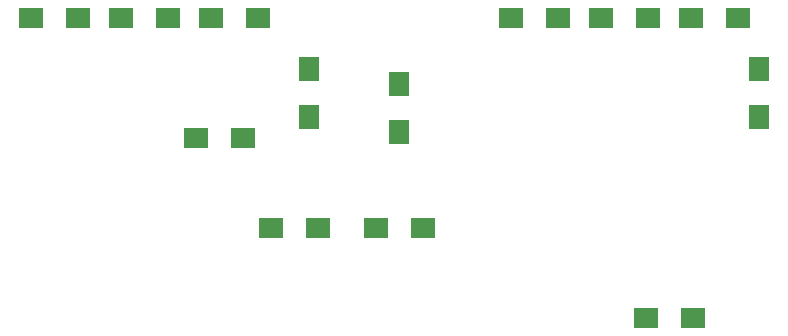
<source format=gbr>
G04 #@! TF.FileFunction,Paste,Bot*
%FSLAX46Y46*%
G04 Gerber Fmt 4.6, Leading zero omitted, Abs format (unit mm)*
G04 Created by KiCad (PCBNEW 4.0.7) date 07/09/18 18:26:11*
%MOMM*%
%LPD*%
G01*
G04 APERTURE LIST*
%ADD10C,0.100000*%
%ADD11R,2.000000X1.700000*%
%ADD12R,1.700000X2.000000*%
G04 APERTURE END LIST*
D10*
D11*
X141510000Y-90170000D03*
X145510000Y-90170000D03*
X147860000Y-97790000D03*
X151860000Y-97790000D03*
X156750000Y-97790000D03*
X160750000Y-97790000D03*
X131540000Y-80010000D03*
X127540000Y-80010000D03*
X139160000Y-80010000D03*
X135160000Y-80010000D03*
X146780000Y-80010000D03*
X142780000Y-80010000D03*
D12*
X151130000Y-88360000D03*
X151130000Y-84360000D03*
X158750000Y-85630000D03*
X158750000Y-89630000D03*
D11*
X172180000Y-80010000D03*
X168180000Y-80010000D03*
X179800000Y-80010000D03*
X175800000Y-80010000D03*
X187420000Y-80010000D03*
X183420000Y-80010000D03*
D12*
X189230000Y-88360000D03*
X189230000Y-84360000D03*
D11*
X179610000Y-105410000D03*
X183610000Y-105410000D03*
M02*

</source>
